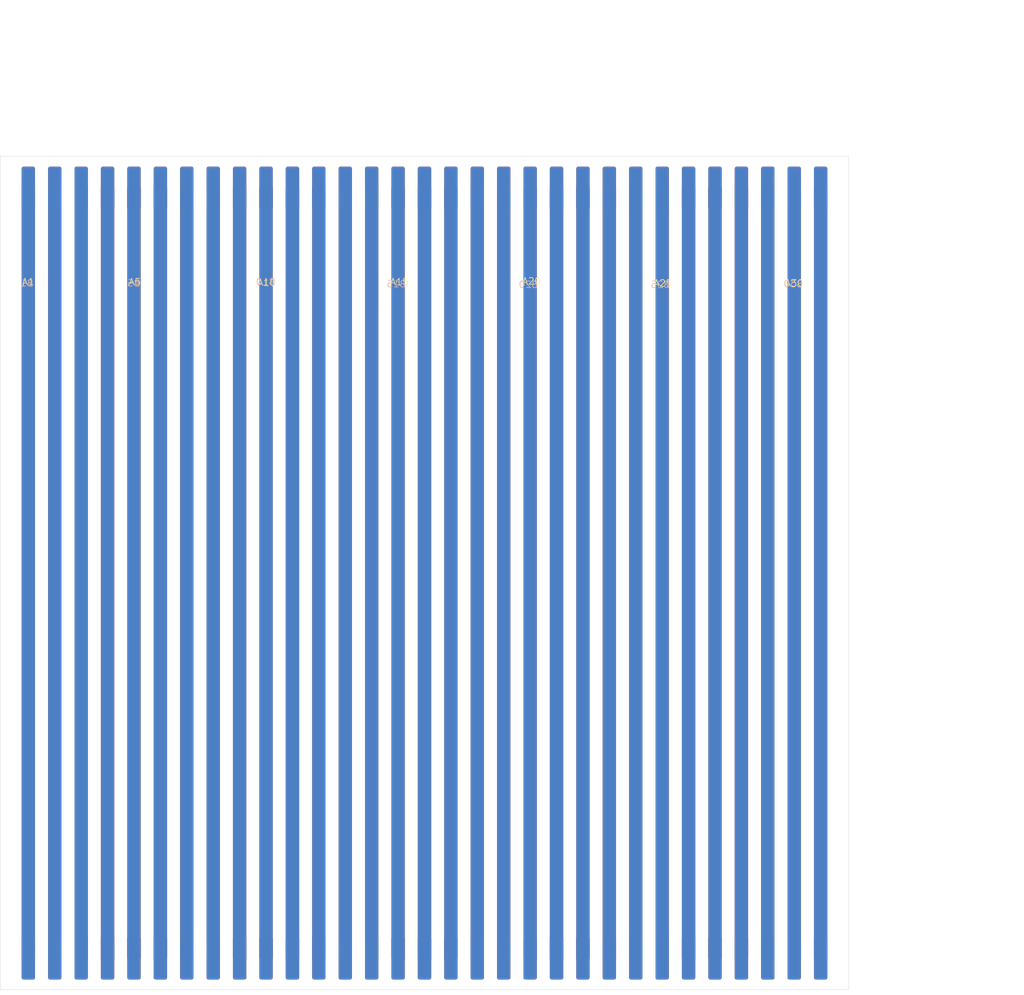
<source format=kicad_pcb>
(kicad_pcb (version 20241229) (generator "pcbnew") (generator_version "9.0")
  (title_block (title "HP Universal 3.98mm Extension Jig") (date "2025-08-03") (rev "AA"))
  (layers (0 "F.Cu" signal) (2 "B.Cu" signal) (13 "F.Paste" user) (15 "B.Paste" user) (5 "F.SilkS" user "F.Silkscreen") (7 "B.SilkS" user "B.Silkscreen") (1 "F.Mask" user) (3 "B.Mask" user) (25 "Edge.Cuts" user))
  (net 0 "")
  (net 1 "/a21")
  (net 2 "/a12")
  (net 3 "/b3")
  (net 4 "/b5")
  (net 5 "/a2")
  (net 6 "/a14")
  (net 7 "/b23")
  (net 8 "/b19")
  (net 9 "/a3")
  (net 10 "/a15")
  (net 11 "/b15")
  (net 12 "/b10")
  (net 13 "/a28")
  (net 14 "/a18")
  (net 15 "/a17")
  (net 16 "/a5")
  (net 17 "/a25")
  (net 18 "/b8")
  (net 19 "/b27")
  (net 20 "/b31")
  (net 21 "/a1")
  (net 22 "/b4")
  (net 23 "/b1")
  (net 24 "/a23")
  (net 25 "/b30")
  (net 26 "/b12")
  (net 27 "/b29")
  (net 28 "/b11")
  (net 29 "/b28")
  (net 30 "/b7")
  (net 31 "/a31")
  (net 32 "/a4")
  (net 33 "/a6")
  (net 34 "/a9")
  (net 35 "/b26")
  (net 36 "/a13")
  (net 37 "/a24")
  (net 38 "/a19")
  (net 39 "/b9")
  (net 40 "/b17")
  (net 41 "/b14")
  (net 42 "/b13")
  (net 43 "/b18")
  (net 44 "/b22")
  (net 45 "/b24")
  (net 46 "/b20")
  (net 47 "/b21")
  (net 48 "/b6")
  (net 49 "/a27")
  (net 50 "/a8")
  (net 51 "/a10")
  (net 52 "/a30")
  (net 53 "/a11")
  (net 54 "/a22")
  (net 55 "/b25")
  (net 56 "/a26")
  (net 57 "/a7")
  (net 58 "/a20")
  (net 59 "/b2")
  (net 60 "/a29")
  (net 61 "/a16")
  (net 62 "/b16")
  (footprint "vec_connector:KSD62MEP03BK" (layer "F.Cu") (at 43.5 164.73)
    (property "Reference" "J1" (hide yes))
    (property "Value" "Conn_02x31_Row_Letter_First" (hide yes))
    (pad "a1" smd roundrect (at 0 0) (size 2 6.46) (layers "F.Cu" "F.Mask" "F.Paste") (roundrect_rratio 0.15) (net 21 "/a1"))
    (pad "a2" smd roundrect (at 3.96 0) (size 2 6.46) (layers "F.Cu" "F.Mask" "F.Paste") (roundrect_rratio 0.15) (net 5 "/a2"))
    (pad "a3" smd roundrect (at 7.92 0) (size 2 6.46) (layers "F.Cu" "F.Mask" "F.Paste") (roundrect_rratio 0.15) (net 9 "/a3"))
    (pad "a4" smd roundrect (at 11.88 0) (size 2 6.46) (layers "F.Cu" "F.Mask" "F.Paste") (roundrect_rratio 0.15) (net 32 "/a4"))
    (pad "a5" smd roundrect (at 15.84 0) (size 2 6.46) (layers "F.Cu" "F.Mask" "F.Paste") (roundrect_rratio 0.15) (net 16 "/a5"))
    (pad "a6" smd roundrect (at 19.8 0) (size 2 6.46) (layers "F.Cu" "F.Mask" "F.Paste") (roundrect_rratio 0.15) (net 33 "/a6"))
    (pad "a7" smd roundrect (at 23.76 0) (size 2 6.46) (layers "F.Cu" "F.Mask" "F.Paste") (roundrect_rratio 0.15) (net 57 "/a7"))
    (pad "a8" smd roundrect (at 27.72 0) (size 2 6.46) (layers "F.Cu" "F.Mask" "F.Paste") (roundrect_rratio 0.15) (net 50 "/a8"))
    (pad "a9" smd roundrect (at 31.68 0) (size 2 6.46) (layers "F.Cu" "F.Mask" "F.Paste") (roundrect_rratio 0.15) (net 34 "/a9"))
    (pad "a10" smd roundrect (at 35.64 0) (size 2 6.46) (layers "F.Cu" "F.Mask" "F.Paste") (roundrect_rratio 0.15) (net 51 "/a10"))
    (pad "a11" smd roundrect (at 39.6 0) (size 2 6.46) (layers "F.Cu" "F.Mask" "F.Paste") (roundrect_rratio 0.15) (net 53 "/a11"))
    (pad "a12" smd roundrect (at 43.56 0) (size 2 6.46) (layers "F.Cu" "F.Mask" "F.Paste") (roundrect_rratio 0.15) (net 2 "/a12"))
    (pad "a13" smd roundrect (at 47.52 0) (size 2 6.46) (layers "F.Cu" "F.Mask" "F.Paste") (roundrect_rratio 0.15) (net 36 "/a13"))
    (pad "a14" smd roundrect (at 51.48 0) (size 2 6.46) (layers "F.Cu" "F.Mask" "F.Paste") (roundrect_rratio 0.15) (net 6 "/a14"))
    (pad "a15" smd roundrect (at 55.44 0) (size 2 6.46) (layers "F.Cu" "F.Mask" "F.Paste") (roundrect_rratio 0.15) (net 10 "/a15"))
    (pad "a16" smd roundrect (at 59.4 0) (size 2 6.46) (layers "F.Cu" "F.Mask" "F.Paste") (roundrect_rratio 0.15) (net 61 "/a16"))
    (pad "a17" smd roundrect (at 63.36 0) (size 2 6.46) (layers "F.Cu" "F.Mask" "F.Paste") (roundrect_rratio 0.15) (net 15 "/a17"))
    (pad "a18" smd roundrect (at 67.32 0) (size 2 6.46) (layers "F.Cu" "F.Mask" "F.Paste") (roundrect_rratio 0.15) (net 14 "/a18"))
    (pad "a19" smd roundrect (at 71.28 0) (size 2 6.46) (layers "F.Cu" "F.Mask" "F.Paste") (roundrect_rratio 0.15) (net 38 "/a19"))
    (pad "a20" smd roundrect (at 75.24 0) (size 2 6.46) (layers "F.Cu" "F.Mask" "F.Paste") (roundrect_rratio 0.15) (net 58 "/a20"))
    (pad "a21" smd roundrect (at 79.2 0) (size 2 6.46) (layers "F.Cu" "F.Mask" "F.Paste") (roundrect_rratio 0.15) (net 1 "/a21"))
    (pad "a22" smd roundrect (at 83.16 0) (size 2 6.46) (layers "F.Cu" "F.Mask" "F.Paste") (roundrect_rratio 0.15) (net 54 "/a22"))
    (pad "a23" smd roundrect (at 87.12 0) (size 2 6.46) (layers "F.Cu" "F.Mask" "F.Paste") (roundrect_rratio 0.15) (net 24 "/a23"))
    (pad "a24" smd roundrect (at 91.08 0) (size 2 6.46) (layers "F.Cu" "F.Mask" "F.Paste") (roundrect_rratio 0.15) (net 37 "/a24"))
    (pad "a25" smd roundrect (at 95.04 0) (size 2 6.46) (layers "F.Cu" "F.Mask" "F.Paste") (roundrect_rratio 0.15) (net 17 "/a25"))
    (pad "a26" smd roundrect (at 99 0) (size 2 6.46) (layers "F.Cu" "F.Mask" "F.Paste") (roundrect_rratio 0.15) (net 56 "/a26"))
    (pad "a27" smd roundrect (at 102.96 0) (size 2 6.46) (layers "F.Cu" "F.Mask" "F.Paste") (roundrect_rratio 0.15) (net 49 "/a27"))
    (pad "a28" smd roundrect (at 106.92 0) (size 2 6.46) (layers "F.Cu" "F.Mask" "F.Paste") (roundrect_rratio 0.15) (net 13 "/a28"))
    (pad "a29" smd roundrect (at 110.88 0) (size 2 6.46) (layers "F.Cu" "F.Mask" "F.Paste") (roundrect_rratio 0.15) (net 60 "/a29"))
    (pad "a30" smd roundrect (at 114.84 0) (size 2 6.46) (layers "F.Cu" "F.Mask" "F.Paste") (roundrect_rratio 0.15) (net 52 "/a30"))
    (pad "a31" smd roundrect (at 118.8 0) (size 2 6.46) (layers "F.Cu" "F.Mask" "F.Paste") (roundrect_rratio 0.15) (net 31 "/a31"))
    (pad "b1" smd roundrect (at 0 0 180) (size 2 6.46) (layers "B.Cu" "B.Mask" "B.Paste") (roundrect_rratio 0.15) (net 23 "/b1"))
    (pad "b2" smd roundrect (at 3.96 0 180) (size 2 6.46) (layers "B.Cu" "B.Mask" "B.Paste") (roundrect_rratio 0.15) (net 59 "/b2"))
    (pad "b3" smd roundrect (at 7.92 0 180) (size 2 6.46) (layers "B.Cu" "B.Mask" "B.Paste") (roundrect_rratio 0.15) (net 3 "/b3"))
    (pad "b4" smd roundrect (at 11.88 0 180) (size 2 6.46) (layers "B.Cu" "B.Mask" "B.Paste") (roundrect_rratio 0.15) (net 22 "/b4"))
    (pad "b5" smd roundrect (at 15.84 0 180) (size 2 6.46) (layers "B.Cu" "B.Mask" "B.Paste") (roundrect_rratio 0.15) (net 4 "/b5"))
    (pad "b6" smd roundrect (at 19.8 0 180) (size 2 6.46) (layers "B.Cu" "B.Mask" "B.Paste") (roundrect_rratio 0.15) (net 48 "/b6"))
    (pad "b7" smd roundrect (at 23.76 0 180) (size 2 6.46) (layers "B.Cu" "B.Mask" "B.Paste") (roundrect_rratio 0.15) (net 30 "/b7"))
    (pad "b8" smd roundrect (at 27.72 0 180) (size 2 6.46) (layers "B.Cu" "B.Mask" "B.Paste") (roundrect_rratio 0.15) (net 18 "/b8"))
    (pad "b9" smd roundrect (at 31.68 0 180) (size 2 6.46) (layers "B.Cu" "B.Mask" "B.Paste") (roundrect_rratio 0.15) (net 39 "/b9"))
    (pad "b10" smd roundrect (at 35.64 0 180) (size 2 6.46) (layers "B.Cu" "B.Mask" "B.Paste") (roundrect_rratio 0.15) (net 12 "/b10"))
    (pad "b11" smd roundrect (at 39.6 0 180) (size 2 6.46) (layers "B.Cu" "B.Mask" "B.Paste") (roundrect_rratio 0.15) (net 28 "/b11"))
    (pad "b12" smd roundrect (at 43.56 0 180) (size 2 6.46) (layers "B.Cu" "B.Mask" "B.Paste") (roundrect_rratio 0.15) (net 26 "/b12"))
    (pad "b13" smd roundrect (at 47.52 0 180) (size 2 6.46) (layers "B.Cu" "B.Mask" "B.Paste") (roundrect_rratio 0.15) (net 42 "/b13"))
    (pad "b14" smd roundrect (at 51.48 0 180) (size 2 6.46) (layers "B.Cu" "B.Mask" "B.Paste") (roundrect_rratio 0.15) (net 41 "/b14"))
    (pad "b15" smd roundrect (at 55.44 0 180) (size 2 6.46) (layers "B.Cu" "B.Mask" "B.Paste") (roundrect_rratio 0.15) (net 11 "/b15"))
    (pad "b16" smd roundrect (at 59.4 0 180) (size 2 6.46) (layers "B.Cu" "B.Mask" "B.Paste") (roundrect_rratio 0.15) (net 62 "/b16"))
    (pad "b17" smd roundrect (at 63.36 0 180) (size 2 6.46) (layers "B.Cu" "B.Mask" "B.Paste") (roundrect_rratio 0.15) (net 40 "/b17"))
    (pad "b18" smd roundrect (at 67.32 0 180) (size 2 6.46) (layers "B.Cu" "B.Mask" "B.Paste") (roundrect_rratio 0.15) (net 43 "/b18"))
    (pad "b19" smd roundrect (at 71.28 0 180) (size 2 6.46) (layers "B.Cu" "B.Mask" "B.Paste") (roundrect_rratio 0.15) (net 8 "/b19"))
    (pad "b20" smd roundrect (at 75.24 0 180) (size 2 6.46) (layers "B.Cu" "B.Mask" "B.Paste") (roundrect_rratio 0.15) (net 46 "/b20"))
    (pad "b21" smd roundrect (at 79.2 0 180) (size 2 6.46) (layers "B.Cu" "B.Mask" "B.Paste") (roundrect_rratio 0.15) (net 47 "/b21"))
    (pad "b22" smd roundrect (at 83.16 0 180) (size 2 6.46) (layers "B.Cu" "B.Mask" "B.Paste") (roundrect_rratio 0.15) (net 44 "/b22"))
    (pad "b23" smd roundrect (at 87.12 0 180) (size 2 6.46) (layers "B.Cu" "B.Mask" "B.Paste") (roundrect_rratio 0.15) (net 7 "/b23"))
    (pad "b24" smd roundrect (at 91.08 0 180) (size 2 6.46) (layers "B.Cu" "B.Mask" "B.Paste") (roundrect_rratio 0.15) (net 45 "/b24"))
    (pad "b25" smd roundrect (at 95.04 0 180) (size 2 6.46) (layers "B.Cu" "B.Mask" "B.Paste") (roundrect_rratio 0.15) (net 55 "/b25"))
    (pad "b26" smd roundrect (at 99 0 180) (size 2 6.46) (layers "B.Cu" "B.Mask" "B.Paste") (roundrect_rratio 0.15) (net 35 "/b26"))
    (pad "b27" smd roundrect (at 102.96 0 180) (size 2 6.46) (layers "B.Cu" "B.Mask" "B.Paste") (roundrect_rratio 0.15) (net 19 "/b27"))
    (pad "b28" smd roundrect (at 106.92 0 180) (size 2 6.46) (layers "B.Cu" "B.Mask" "B.Paste") (roundrect_rratio 0.15) (net 29 "/b28"))
    (pad "b29" smd roundrect (at 110.88 0 180) (size 2 6.46) (layers "B.Cu" "B.Mask" "B.Paste") (roundrect_rratio 0.15) (net 27 "/b29"))
    (pad "b30" smd roundrect (at 114.84 0 180) (size 2 6.46) (layers "B.Cu" "B.Mask" "B.Paste") (roundrect_rratio 0.15) (net 25 "/b30"))
    (pad "b31" smd roundrect (at 118.8 0 180) (size 2 6.46) (layers "B.Cu" "B.Mask" "B.Paste") (roundrect_rratio 0.15) (net 20 "/b31"))
  )
  (footprint "vec_connector:KSD62MEP03BK_Straddle" (layer "F.Cu") (at 162.3 49.3 180)
    (property "Reference" "J2" (hide yes))
    (property "Value" "Conn_02x31_Row_Letter_First" (hide yes))
    (pad "a1" smd roundrect (at 118.8 0) (size 2 6.46) (layers "F.Cu" "F.Mask" "F.Paste") (roundrect_rratio 0.15) (net 21 "/a1"))
    (pad "a2" smd roundrect (at 114.84 0) (size 2 6.46) (layers "F.Cu" "F.Mask" "F.Paste") (roundrect_rratio 0.15) (net 5 "/a2"))
    (pad "a3" smd roundrect (at 110.88 0) (size 2 6.46) (layers "F.Cu" "F.Mask" "F.Paste") (roundrect_rratio 0.15) (net 9 "/a3"))
    (pad "a4" smd roundrect (at 106.92 0) (size 2 6.46) (layers "F.Cu" "F.Mask" "F.Paste") (roundrect_rratio 0.15) (net 32 "/a4"))
    (pad "a5" smd roundrect (at 102.96 0) (size 2 6.46) (layers "F.Cu" "F.Mask" "F.Paste") (roundrect_rratio 0.15) (net 16 "/a5"))
    (pad "a6" smd roundrect (at 99 0) (size 2 6.46) (layers "F.Cu" "F.Mask" "F.Paste") (roundrect_rratio 0.15) (net 33 "/a6"))
    (pad "a7" smd roundrect (at 95.04 0) (size 2 6.46) (layers "F.Cu" "F.Mask" "F.Paste") (roundrect_rratio 0.15) (net 57 "/a7"))
    (pad "a8" smd roundrect (at 91.08 0) (size 2 6.46) (layers "F.Cu" "F.Mask" "F.Paste") (roundrect_rratio 0.15) (net 50 "/a8"))
    (pad "a9" smd roundrect (at 87.12 0) (size 2 6.46) (layers "F.Cu" "F.Mask" "F.Paste") (roundrect_rratio 0.15) (net 34 "/a9"))
    (pad "a10" smd roundrect (at 83.16 0) (size 2 6.46) (layers "F.Cu" "F.Mask" "F.Paste") (roundrect_rratio 0.15) (net 51 "/a10"))
    (pad "a11" smd roundrect (at 79.2 0) (size 2 6.46) (layers "F.Cu" "F.Mask" "F.Paste") (roundrect_rratio 0.15) (net 53 "/a11"))
    (pad "a12" smd roundrect (at 75.24 0) (size 2 6.46) (layers "F.Cu" "F.Mask" "F.Paste") (roundrect_rratio 0.15) (net 2 "/a12"))
    (pad "a13" smd roundrect (at 71.28 0) (size 2 6.46) (layers "F.Cu" "F.Mask" "F.Paste") (roundrect_rratio 0.15) (net 36 "/a13"))
    (pad "a14" smd roundrect (at 67.32 0) (size 2 6.46) (layers "F.Cu" "F.Mask" "F.Paste") (roundrect_rratio 0.15) (net 6 "/a14"))
    (pad "a15" smd roundrect (at 63.36 0) (size 2 6.46) (layers "F.Cu" "F.Mask" "F.Paste") (roundrect_rratio 0.15) (net 10 "/a15"))
    (pad "a16" smd roundrect (at 59.4 0) (size 2 6.46) (layers "F.Cu" "F.Mask" "F.Paste") (roundrect_rratio 0.15) (net 61 "/a16"))
    (pad "a17" smd roundrect (at 55.44 0) (size 2 6.46) (layers "F.Cu" "F.Mask" "F.Paste") (roundrect_rratio 0.15) (net 15 "/a17"))
    (pad "a18" smd roundrect (at 51.48 0) (size 2 6.46) (layers "F.Cu" "F.Mask" "F.Paste") (roundrect_rratio 0.15) (net 14 "/a18"))
    (pad "a19" smd roundrect (at 47.52 0) (size 2 6.46) (layers "F.Cu" "F.Mask" "F.Paste") (roundrect_rratio 0.15) (net 38 "/a19"))
    (pad "a20" smd roundrect (at 43.56 0) (size 2 6.46) (layers "F.Cu" "F.Mask" "F.Paste") (roundrect_rratio 0.15) (net 58 "/a20"))
    (pad "a21" smd roundrect (at 39.6 0) (size 2 6.46) (layers "F.Cu" "F.Mask" "F.Paste") (roundrect_rratio 0.15) (net 1 "/a21"))
    (pad "a22" smd roundrect (at 35.64 0) (size 2 6.46) (layers "F.Cu" "F.Mask" "F.Paste") (roundrect_rratio 0.15) (net 54 "/a22"))
    (pad "a23" smd roundrect (at 31.68 0) (size 2 6.46) (layers "F.Cu" "F.Mask" "F.Paste") (roundrect_rratio 0.15) (net 24 "/a23"))
    (pad "a24" smd roundrect (at 27.72 0) (size 2 6.46) (layers "F.Cu" "F.Mask" "F.Paste") (roundrect_rratio 0.15) (net 37 "/a24"))
    (pad "a25" smd roundrect (at 23.76 0) (size 2 6.46) (layers "F.Cu" "F.Mask" "F.Paste") (roundrect_rratio 0.15) (net 17 "/a25"))
    (pad "a26" smd roundrect (at 19.8 0) (size 2 6.46) (layers "F.Cu" "F.Mask" "F.Paste") (roundrect_rratio 0.15) (net 56 "/a26"))
    (pad "a27" smd roundrect (at 15.84 0) (size 2 6.46) (layers "F.Cu" "F.Mask" "F.Paste") (roundrect_rratio 0.15) (net 49 "/a27"))
    (pad "a28" smd roundrect (at 11.88 0) (size 2 6.46) (layers "F.Cu" "F.Mask" "F.Paste") (roundrect_rratio 0.15) (net 13 "/a28"))
    (pad "a29" smd roundrect (at 7.92 0) (size 2 6.46) (layers "F.Cu" "F.Mask" "F.Paste") (roundrect_rratio 0.15) (net 60 "/a29"))
    (pad "a30" smd roundrect (at 3.96 0) (size 2 6.46) (layers "F.Cu" "F.Mask" "F.Paste") (roundrect_rratio 0.15) (net 52 "/a30"))
    (pad "a31" smd roundrect (at 0 0) (size 2 6.46) (layers "F.Cu" "F.Mask" "F.Paste") (roundrect_rratio 0.15) (net 31 "/a31"))
    (pad "b1" smd roundrect (at 118.8 0) (size 2 6.46) (layers "B.Cu" "B.Mask" "B.Paste") (roundrect_rratio 0.15) (net 23 "/b1"))
    (pad "b2" smd roundrect (at 114.84 0) (size 2 6.46) (layers "B.Cu" "B.Mask" "B.Paste") (roundrect_rratio 0.15) (net 59 "/b2"))
    (pad "b3" smd roundrect (at 110.88 0) (size 2 6.46) (layers "B.Cu" "B.Mask" "B.Paste") (roundrect_rratio 0.15) (net 3 "/b3"))
    (pad "b4" smd roundrect (at 106.92 0) (size 2 6.46) (layers "B.Cu" "B.Mask" "B.Paste") (roundrect_rratio 0.15) (net 22 "/b4"))
    (pad "b5" smd roundrect (at 102.96 0) (size 2 6.46) (layers "B.Cu" "B.Mask" "B.Paste") (roundrect_rratio 0.15) (net 4 "/b5"))
    (pad "b6" smd roundrect (at 99 0) (size 2 6.46) (layers "B.Cu" "B.Mask" "B.Paste") (roundrect_rratio 0.15) (net 48 "/b6"))
    (pad "b7" smd roundrect (at 95.04 0) (size 2 6.46) (layers "B.Cu" "B.Mask" "B.Paste") (roundrect_rratio 0.15) (net 30 "/b7"))
    (pad "b8" smd roundrect (at 91.08 0) (size 2 6.46) (layers "B.Cu" "B.Mask" "B.Paste") (roundrect_rratio 0.15) (net 18 "/b8"))
    (pad "b9" smd roundrect (at 87.12 0) (size 2 6.46) (layers "B.Cu" "B.Mask" "B.Paste") (roundrect_rratio 0.15) (net 39 "/b9"))
    (pad "b10" smd roundrect (at 83.16 0) (size 2 6.46) (layers "B.Cu" "B.Mask" "B.Paste") (roundrect_rratio 0.15) (net 12 "/b10"))
    (pad "b11" smd roundrect (at 79.2 0) (size 2 6.46) (layers "B.Cu" "B.Mask" "B.Paste") (roundrect_rratio 0.15) (net 28 "/b11"))
    (pad "b12" smd roundrect (at 75.24 0) (size 2 6.46) (layers "B.Cu" "B.Mask" "B.Paste") (roundrect_rratio 0.15) (net 26 "/b12"))
    (pad "b13" smd roundrect (at 71.28 0) (size 2 6.46) (layers "B.Cu" "B.Mask" "B.Paste") (roundrect_rratio 0.15) (net 42 "/b13"))
    (pad "b14" smd roundrect (at 67.32 0) (size 2 6.46) (layers "B.Cu" "B.Mask" "B.Paste") (roundrect_rratio 0.15) (net 41 "/b14"))
    (pad "b15" smd roundrect (at 63.36 0) (size 2 6.46) (layers "B.Cu" "B.Mask" "B.Paste") (roundrect_rratio 0.15) (net 11 "/b15"))
    (pad "b16" smd roundrect (at 59.4 0) (size 2 6.46) (layers "B.Cu" "B.Mask" "B.Paste") (roundrect_rratio 0.15) (net 62 "/b16"))
    (pad "b17" smd roundrect (at 55.44 0) (size 2 6.46) (layers "B.Cu" "B.Mask" "B.Paste") (roundrect_rratio 0.15) (net 40 "/b17"))
    (pad "b18" smd roundrect (at 51.48 0) (size 2 6.46) (layers "B.Cu" "B.Mask" "B.Paste") (roundrect_rratio 0.15) (net 43 "/b18"))
    (pad "b19" smd roundrect (at 47.52 0) (size 2 6.46) (layers "B.Cu" "B.Mask" "B.Paste") (roundrect_rratio 0.15) (net 8 "/b19"))
    (pad "b20" smd roundrect (at 43.56 0) (size 2 6.46) (layers "B.Cu" "B.Mask" "B.Paste") (roundrect_rratio 0.15) (net 46 "/b20"))
    (pad "b21" smd roundrect (at 39.6 0) (size 2 6.46) (layers "B.Cu" "B.Mask" "B.Paste") (roundrect_rratio 0.15) (net 47 "/b21"))
    (pad "b22" smd roundrect (at 35.64 0) (size 2 6.46) (layers "B.Cu" "B.Mask" "B.Paste") (roundrect_rratio 0.15) (net 44 "/b22"))
    (pad "b23" smd roundrect (at 31.68 0) (size 2 6.46) (layers "B.Cu" "B.Mask" "B.Paste") (roundrect_rratio 0.15) (net 7 "/b23"))
    (pad "b24" smd roundrect (at 27.72 0) (size 2 6.46) (layers "B.Cu" "B.Mask" "B.Paste") (roundrect_rratio 0.15) (net 45 "/b24"))
    (pad "b25" smd roundrect (at 23.76 0) (size 2 6.46) (layers "B.Cu" "B.Mask" "B.Paste") (roundrect_rratio 0.15) (net 55 "/b25"))
    (pad "b26" smd roundrect (at 19.8 0) (size 2 6.46) (layers "B.Cu" "B.Mask" "B.Paste") (roundrect_rratio 0.15) (net 35 "/b26"))
    (pad "b27" smd roundrect (at 15.84 0) (size 2 6.46) (layers "B.Cu" "B.Mask" "B.Paste") (roundrect_rratio 0.15) (net 19 "/b27"))
    (pad "b28" smd roundrect (at 11.88 0) (size 2 6.46) (layers "B.Cu" "B.Mask" "B.Paste") (roundrect_rratio 0.15) (net 29 "/b28"))
    (pad "b29" smd roundrect (at 7.92 0) (size 2 6.46) (layers "B.Cu" "B.Mask" "B.Paste") (roundrect_rratio 0.15) (net 27 "/b29"))
    (pad "b30" smd roundrect (at 3.96 0) (size 2 6.46) (layers "B.Cu" "B.Mask" "B.Paste") (roundrect_rratio 0.15) (net 25 "/b30"))
    (pad "b31" smd roundrect (at 0 0) (size 2 6.46) (layers "B.Cu" "B.Mask" "B.Paste") (roundrect_rratio 0.15) (net 20 "/b31"))
  )
  (gr_rect (start 39.3 44.5) (end 166.5 169.5) (stroke (width 0.05)) (fill no) (layer "Edge.Cuts"))
  (gr_text "A15" (at 97.7 63.93 0) (layer "F.SilkS") (effects (font (size 1 1) (thickness 0.1)) (justify left bottom)))
  (gr_text "A1" (at 42.5 63.93 0) (layer "F.SilkS") (effects (font (size 1 1) (thickness 0.1)) (justify left bottom)))
  (gr_text "A20" (at 117.5 63.83 0) (layer "F.SilkS") (effects (font (size 1 1) (thickness 0.1)) (justify left bottom)))
  (gr_text "A10" (at 77.8 64.03 0) (layer "F.SilkS") (effects (font (size 1 1) (thickness 0.1)) (justify left bottom)))
  (gr_text "A25" (at 137.2 64.13 0) (layer "F.SilkS") (effects (font (size 1 1) (thickness 0.1)) (justify left bottom)))
  (gr_text "A5" (at 58.5 63.93 0) (layer "F.SilkS") (effects (font (size 1 1) (thickness 0.1)) (justify left bottom)))
  (gr_text "A30" (at 156.9 64.13 0) (layer "F.SilkS") (effects (font (size 1 1) (thickness 0.1)) (justify left bottom)))
  (gr_text "B1" (at 44.338096 64.13 0) (layer "B.SilkS") (effects (font (size 1 1) (thickness 0.1)) (justify left bottom mirror)))
  (gr_text "B5" (at 60.338096 64.13 0) (layer "B.SilkS") (effects (font (size 1 1) (thickness 0.1)) (justify left bottom mirror)))
  (gr_text "B20" (at 120 64.33 0) (layer "B.SilkS") (effects (font (size 1 1) (thickness 0.1)) (justify left bottom mirror)))
  (gr_text "B15" (at 100.2 64.23 0) (layer "B.SilkS") (effects (font (size 1 1) (thickness 0.1)) (justify left bottom mirror)))
  (gr_text "B10" (at 80.6 63.93 0) (layer "B.SilkS") (effects (font (size 1 1) (thickness 0.1)) (justify left bottom mirror)))
  (gr_text "B30" (at 159.7 64.23 0) (layer "B.SilkS") (effects (font (size 1 1) (thickness 0.1)) (justify left bottom mirror)))
  (gr_text "B25" (at 139.8 64.33 0) (layer "B.SilkS") (effects (font (size 1 1) (thickness 0.1)) (justify left bottom mirror)))
  (segment (start 122.7 49.3) (end 122.7 164.73) (width 2) (layer "F.Cu") (net 1))
  (segment (start 87.06 49.3) (end 87.06 164.73) (width 2) (layer "F.Cu") (net 2))
  (segment (start 51.42 49.28) (end 51.42 164.71) (width 2) (layer "B.Cu") (net 3))
  (segment (start 59.34 49.28) (end 59.34 164.71) (width 2) (layer "B.Cu") (net 4))
  (segment (start 47.46 49.3) (end 47.46 164.73) (width 2) (layer "F.Cu") (net 5))
  (segment (start 94.98 49.3) (end 94.98 164.73) (width 2) (layer "F.Cu") (net 6))
  (segment (start 130.62 49.28) (end 130.62 164.71) (width 2) (layer "B.Cu") (net 7))
  (segment (start 114.78 49.28) (end 114.78 164.71) (width 2) (layer "B.Cu") (net 8))
  (segment (start 51.42 49.3) (end 51.42 164.73) (width 2) (layer "F.Cu") (net 9))
  (segment (start 98.94 49.3) (end 98.94 164.73) (width 2) (layer "F.Cu") (net 10))
  (segment (start 98.94 49.28) (end 98.94 164.71) (width 2) (layer "B.Cu") (net 11))
  (segment (start 79.14 49.28) (end 79.14 164.71) (width 2) (layer "B.Cu") (net 12))
  (segment (start 150.42 49.3) (end 150.42 164.73) (width 2) (layer "F.Cu") (net 13))
  (segment (start 110.82 49.3) (end 110.82 164.73) (width 2) (layer "F.Cu") (net 14))
  (segment (start 106.86 49.3) (end 106.86 164.73) (width 2) (layer "F.Cu") (net 15))
  (segment (start 59.34 164.73) (end 59.34 49.3) (width 2) (layer "F.Cu") (net 16))
  (segment (start 138.54 49.3) (end 138.54 164.73) (width 2) (layer "F.Cu") (net 17))
  (segment (start 71.22 49.28) (end 71.22 164.71) (width 2) (layer "B.Cu") (net 18))
  (segment (start 146.46 164.71) (end 146.46 49.28) (width 2) (layer "B.Cu") (net 19))
  (segment (start 162.3 49.28) (end 162.3 164.71) (width 2) (layer "B.Cu") (net 20))
  (segment (start 43.5 49.3) (end 43.5 164.73) (width 2) (layer "F.Cu") (net 21))
  (segment (start 55.38 49.28) (end 55.38 164.71) (width 2) (layer "B.Cu") (net 22))
  (segment (start 43.5 49.28) (end 43.5 164.71) (width 2) (layer "B.Cu") (net 23))
  (segment (start 130.62 49.3) (end 130.62 164.73) (width 2) (layer "F.Cu") (net 24))
  (segment (start 158.34 49.28) (end 158.34 164.71) (width 2) (layer "B.Cu") (net 25))
  (segment (start 87.06 49.28) (end 87.06 164.71) (width 2) (layer "B.Cu") (net 26))
  (segment (start 154.38 49.28) (end 154.38 164.71) (width 2) (layer "B.Cu") (net 27))
  (segment (start 83.1 49.28) (end 83.1 164.71) (width 2) (layer "B.Cu") (net 28))
  (segment (start 150.42 49.28) (end 150.42 164.71) (width 2) (layer "B.Cu") (net 29))
  (segment (start 67.26 49.28) (end 67.26 164.71) (width 2) (layer "B.Cu") (net 30))
  (segment (start 162.3 49.3) (end 162.3 164.73) (width 2) (layer "F.Cu") (net 31))
  (segment (start 55.38 49.3) (end 55.38 164.73) (width 2) (layer "F.Cu") (net 32))
  (segment (start 63.3 49.3) (end 63.3 164.73) (width 2) (layer "F.Cu") (net 33))
  (segment (start 75.18 49.3) (end 75.18 164.73) (width 2) (layer "F.Cu") (net 34))
  (segment (start 142.5 49.28) (end 142.5 164.71) (width 2) (layer "B.Cu") (net 35))
  (segment (start 91.02 49.3) (end 91.02 164.73) (width 2) (layer "F.Cu") (net 36))
  (segment (start 134.58 49.3) (end 134.58 164.73) (width 2) (layer "F.Cu") (net 37))
  (segment (start 114.78 49.3) (end 114.78 164.73) (width 2) (layer "F.Cu") (net 38))
  (segment (start 75.18 49.28) (end 75.18 164.71) (width 2) (layer "B.Cu") (net 39))
  (segment (start 106.86 49.28) (end 106.86 164.71) (width 2) (layer "B.Cu") (net 40))
  (segment (start 94.98 49.28) (end 94.98 164.71) (width 2) (layer "B.Cu") (net 41))
  (segment (start 91.02 49.28) (end 91.02 164.71) (width 2) (layer "B.Cu") (net 42))
  (segment (start 110.82 49.28) (end 110.82 164.71) (width 2) (layer "B.Cu") (net 43))
  (segment (start 126.66 49.28) (end 126.66 164.71) (width 2) (layer "B.Cu") (net 44))
  (segment (start 134.58 49.28) (end 134.58 164.71) (width 2) (layer "B.Cu") (net 45))
  (segment (start 118.74 49.28) (end 118.74 164.71) (width 2) (layer "B.Cu") (net 46))
  (segment (start 122.7 49.28) (end 122.7 164.71) (width 2) (layer "B.Cu") (net 47))
  (segment (start 63.3 49.28) (end 63.3 164.71) (width 2) (layer "B.Cu") (net 48))
  (segment (start 146.46 49.3) (end 146.46 164.73) (width 2) (layer "F.Cu") (net 49))
  (segment (start 71.22 49.3) (end 71.22 164.73) (width 2) (layer "F.Cu") (net 50))
  (segment (start 79.14 49.3) (end 79.14 164.73) (width 2) (layer "F.Cu") (net 51))
  (segment (start 158.34 49.3) (end 158.34 164.73) (width 2) (layer "F.Cu") (net 52))
  (segment (start 83.1 49.3) (end 83.1 164.73) (width 2) (layer "F.Cu") (net 53))
  (segment (start 126.66 49.3) (end 126.66 164.73) (width 2) (layer "F.Cu") (net 54))
  (segment (start 138.54 49.28) (end 138.54 164.71) (width 2) (layer "B.Cu") (net 55))
  (segment (start 142.5 49.3) (end 142.5 164.73) (width 2) (layer "F.Cu") (net 56))
  (segment (start 67.26 49.3) (end 67.26 164.73) (width 2) (layer "F.Cu") (net 57))
  (segment (start 118.74 49.3) (end 118.74 164.73) (width 2) (layer "F.Cu") (net 58))
  (segment (start 47.46 49.28) (end 47.46 164.71) (width 2) (layer "B.Cu") (net 59))
  (segment (start 154.38 49.3) (end 154.38 164.73) (width 2) (layer "F.Cu") (net 60))
  (segment (start 102.9 49.3) (end 102.9 164.73) (width 2) (layer "F.Cu") (net 61))
  (segment (start 102.9 49.28) (end 102.9 164.71) (width 2) (layer "B.Cu") (net 62))
)
</source>
